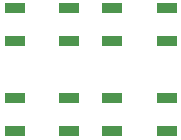
<source format=gbr>
G04 #@! TF.FileFunction,Paste,Top*
%FSLAX46Y46*%
G04 Gerber Fmt 4.6, Leading zero omitted, Abs format (unit mm)*
G04 Created by KiCad (PCBNEW (2015-08-28 BZR 6132, Git 156d5f5)-product) date 9/27/2015 8:45:32 PM*
%MOMM*%
G01*
G04 APERTURE LIST*
%ADD10C,0.100000*%
%ADD11R,1.750000X0.900000*%
G04 APERTURE END LIST*
D10*
D11*
X145843020Y-105504440D03*
X141220000Y-105504440D03*
X145843020Y-102704440D03*
X141243020Y-102704440D03*
X154098020Y-105504440D03*
X149475000Y-105504440D03*
X154098020Y-102704440D03*
X149498020Y-102704440D03*
X145843020Y-113124440D03*
X141220000Y-113124440D03*
X145843020Y-110324440D03*
X141243020Y-110324440D03*
X154098020Y-113124440D03*
X149475000Y-113124440D03*
X154098020Y-110324440D03*
X149498020Y-110324440D03*
M02*

</source>
